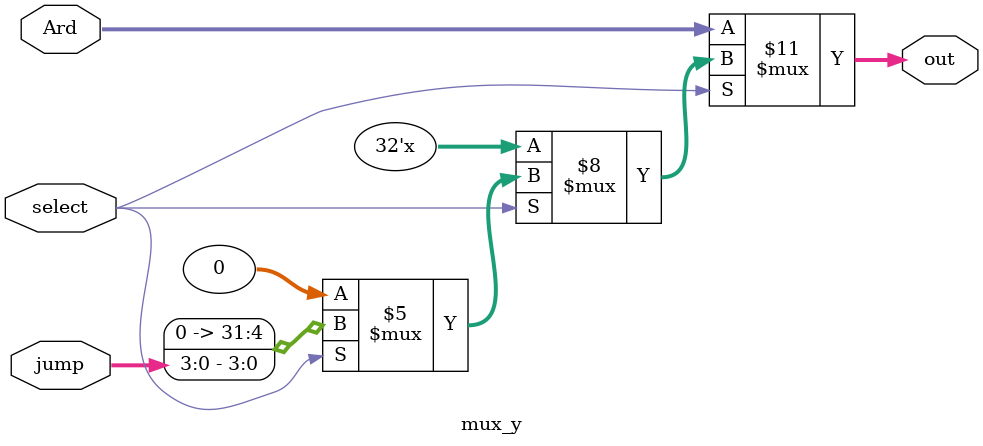
<source format=sv>
module mux_y(
  input [31:0] Ard,
  input [3:0] jump,
  input select,
  output [31:0] out
);

  always @(*)begin

    if(select == 0)
      	out = Ard;
    else if (select == 1)
    	out = jump;
    else
      out = 0;

  end

endmodule
</source>
